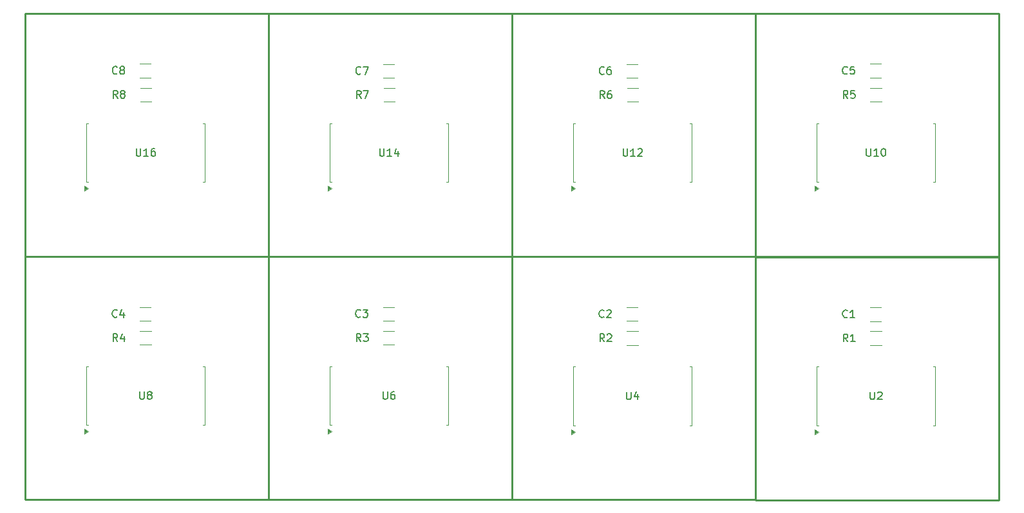
<source format=gbr>
%TF.GenerationSoftware,KiCad,Pcbnew,8.0.6*%
%TF.CreationDate,2024-11-17T13:24:28+02:00*%
%TF.ProjectId,1088as,31303838-6173-42e6-9b69-6361645f7063,rev?*%
%TF.SameCoordinates,PX4b9ebbdPY7add530*%
%TF.FileFunction,Legend,Top*%
%TF.FilePolarity,Positive*%
%FSLAX46Y46*%
G04 Gerber Fmt 4.6, Leading zero omitted, Abs format (unit mm)*
G04 Created by KiCad (PCBNEW 8.0.6) date 2024-11-17 13:24:28*
%MOMM*%
%LPD*%
G01*
G04 APERTURE LIST*
%ADD10C,0.150000*%
%ADD11C,0.120000*%
%ADD12C,0.250000*%
G04 APERTURE END LIST*
D10*
X44226006Y20978864D02*
X43892673Y21455055D01*
X43654578Y20978864D02*
X43654578Y21978864D01*
X43654578Y21978864D02*
X44035530Y21978864D01*
X44035530Y21978864D02*
X44130768Y21931245D01*
X44130768Y21931245D02*
X44178387Y21883626D01*
X44178387Y21883626D02*
X44226006Y21788388D01*
X44226006Y21788388D02*
X44226006Y21645531D01*
X44226006Y21645531D02*
X44178387Y21550293D01*
X44178387Y21550293D02*
X44130768Y21502674D01*
X44130768Y21502674D02*
X44035530Y21455055D01*
X44035530Y21455055D02*
X43654578Y21455055D01*
X44559340Y21978864D02*
X45178387Y21978864D01*
X45178387Y21978864D02*
X44845054Y21597912D01*
X44845054Y21597912D02*
X44987911Y21597912D01*
X44987911Y21597912D02*
X45083149Y21550293D01*
X45083149Y21550293D02*
X45130768Y21502674D01*
X45130768Y21502674D02*
X45178387Y21407436D01*
X45178387Y21407436D02*
X45178387Y21169341D01*
X45178387Y21169341D02*
X45130768Y21074103D01*
X45130768Y21074103D02*
X45083149Y21026483D01*
X45083149Y21026483D02*
X44987911Y20978864D01*
X44987911Y20978864D02*
X44702197Y20978864D01*
X44702197Y20978864D02*
X44606959Y21026483D01*
X44606959Y21026483D02*
X44559340Y21074103D01*
X108239006Y52995064D02*
X107905673Y53471255D01*
X107667578Y52995064D02*
X107667578Y53995064D01*
X107667578Y53995064D02*
X108048530Y53995064D01*
X108048530Y53995064D02*
X108143768Y53947445D01*
X108143768Y53947445D02*
X108191387Y53899826D01*
X108191387Y53899826D02*
X108239006Y53804588D01*
X108239006Y53804588D02*
X108239006Y53661731D01*
X108239006Y53661731D02*
X108191387Y53566493D01*
X108191387Y53566493D02*
X108143768Y53518874D01*
X108143768Y53518874D02*
X108048530Y53471255D01*
X108048530Y53471255D02*
X107667578Y53471255D01*
X109143768Y53995064D02*
X108667578Y53995064D01*
X108667578Y53995064D02*
X108619959Y53518874D01*
X108619959Y53518874D02*
X108667578Y53566493D01*
X108667578Y53566493D02*
X108762816Y53614112D01*
X108762816Y53614112D02*
X109000911Y53614112D01*
X109000911Y53614112D02*
X109096149Y53566493D01*
X109096149Y53566493D02*
X109143768Y53518874D01*
X109143768Y53518874D02*
X109191387Y53423636D01*
X109191387Y53423636D02*
X109191387Y53185541D01*
X109191387Y53185541D02*
X109143768Y53090303D01*
X109143768Y53090303D02*
X109096149Y53042683D01*
X109096149Y53042683D02*
X109000911Y52995064D01*
X109000911Y52995064D02*
X108762816Y52995064D01*
X108762816Y52995064D02*
X108667578Y53042683D01*
X108667578Y53042683D02*
X108619959Y53090303D01*
X44169544Y24233493D02*
X44121925Y24185873D01*
X44121925Y24185873D02*
X43979068Y24138254D01*
X43979068Y24138254D02*
X43883830Y24138254D01*
X43883830Y24138254D02*
X43740973Y24185873D01*
X43740973Y24185873D02*
X43645735Y24281112D01*
X43645735Y24281112D02*
X43598116Y24376350D01*
X43598116Y24376350D02*
X43550497Y24566826D01*
X43550497Y24566826D02*
X43550497Y24709683D01*
X43550497Y24709683D02*
X43598116Y24900159D01*
X43598116Y24900159D02*
X43645735Y24995397D01*
X43645735Y24995397D02*
X43740973Y25090635D01*
X43740973Y25090635D02*
X43883830Y25138254D01*
X43883830Y25138254D02*
X43979068Y25138254D01*
X43979068Y25138254D02*
X44121925Y25090635D01*
X44121925Y25090635D02*
X44169544Y25043016D01*
X44502878Y25138254D02*
X45121925Y25138254D01*
X45121925Y25138254D02*
X44788592Y24757302D01*
X44788592Y24757302D02*
X44931449Y24757302D01*
X44931449Y24757302D02*
X45026687Y24709683D01*
X45026687Y24709683D02*
X45074306Y24662064D01*
X45074306Y24662064D02*
X45121925Y24566826D01*
X45121925Y24566826D02*
X45121925Y24328731D01*
X45121925Y24328731D02*
X45074306Y24233493D01*
X45074306Y24233493D02*
X45026687Y24185873D01*
X45026687Y24185873D02*
X44931449Y24138254D01*
X44931449Y24138254D02*
X44645735Y24138254D01*
X44645735Y24138254D02*
X44550497Y24185873D01*
X44550497Y24185873D02*
X44502878Y24233493D01*
X111171261Y14308500D02*
X111171261Y13498977D01*
X111171261Y13498977D02*
X111218880Y13403739D01*
X111218880Y13403739D02*
X111266499Y13356119D01*
X111266499Y13356119D02*
X111361737Y13308500D01*
X111361737Y13308500D02*
X111552213Y13308500D01*
X111552213Y13308500D02*
X111647451Y13356119D01*
X111647451Y13356119D02*
X111695070Y13403739D01*
X111695070Y13403739D02*
X111742689Y13498977D01*
X111742689Y13498977D02*
X111742689Y14308500D01*
X112171261Y14213262D02*
X112218880Y14260881D01*
X112218880Y14260881D02*
X112314118Y14308500D01*
X112314118Y14308500D02*
X112552213Y14308500D01*
X112552213Y14308500D02*
X112647451Y14260881D01*
X112647451Y14260881D02*
X112695070Y14213262D01*
X112695070Y14213262D02*
X112742689Y14118024D01*
X112742689Y14118024D02*
X112742689Y14022786D01*
X112742689Y14022786D02*
X112695070Y13879929D01*
X112695070Y13879929D02*
X112123642Y13308500D01*
X112123642Y13308500D02*
X112742689Y13308500D01*
X108240533Y20931981D02*
X107907200Y21408172D01*
X107669105Y20931981D02*
X107669105Y21931981D01*
X107669105Y21931981D02*
X108050057Y21931981D01*
X108050057Y21931981D02*
X108145295Y21884362D01*
X108145295Y21884362D02*
X108192914Y21836743D01*
X108192914Y21836743D02*
X108240533Y21741505D01*
X108240533Y21741505D02*
X108240533Y21598648D01*
X108240533Y21598648D02*
X108192914Y21503410D01*
X108192914Y21503410D02*
X108145295Y21455791D01*
X108145295Y21455791D02*
X108050057Y21408172D01*
X108050057Y21408172D02*
X107669105Y21408172D01*
X109192914Y20931981D02*
X108621486Y20931981D01*
X108907200Y20931981D02*
X108907200Y21931981D01*
X108907200Y21931981D02*
X108811962Y21789124D01*
X108811962Y21789124D02*
X108716724Y21693886D01*
X108716724Y21693886D02*
X108621486Y21646267D01*
X46701844Y46361259D02*
X46701844Y45551736D01*
X46701844Y45551736D02*
X46749463Y45456498D01*
X46749463Y45456498D02*
X46797082Y45408878D01*
X46797082Y45408878D02*
X46892320Y45361259D01*
X46892320Y45361259D02*
X47082796Y45361259D01*
X47082796Y45361259D02*
X47178034Y45408878D01*
X47178034Y45408878D02*
X47225653Y45456498D01*
X47225653Y45456498D02*
X47273272Y45551736D01*
X47273272Y45551736D02*
X47273272Y46361259D01*
X48273272Y45361259D02*
X47701844Y45361259D01*
X47987558Y45361259D02*
X47987558Y46361259D01*
X47987558Y46361259D02*
X47892320Y46218402D01*
X47892320Y46218402D02*
X47797082Y46123164D01*
X47797082Y46123164D02*
X47701844Y46075545D01*
X49130415Y46027926D02*
X49130415Y45361259D01*
X48892320Y46408878D02*
X48654225Y45694593D01*
X48654225Y45694593D02*
X49273272Y45694593D01*
X110693544Y46371584D02*
X110693544Y45562061D01*
X110693544Y45562061D02*
X110741163Y45466823D01*
X110741163Y45466823D02*
X110788782Y45419203D01*
X110788782Y45419203D02*
X110884020Y45371584D01*
X110884020Y45371584D02*
X111074496Y45371584D01*
X111074496Y45371584D02*
X111169734Y45419203D01*
X111169734Y45419203D02*
X111217353Y45466823D01*
X111217353Y45466823D02*
X111264972Y45562061D01*
X111264972Y45562061D02*
X111264972Y46371584D01*
X112264972Y45371584D02*
X111693544Y45371584D01*
X111979258Y45371584D02*
X111979258Y46371584D01*
X111979258Y46371584D02*
X111884020Y46228727D01*
X111884020Y46228727D02*
X111788782Y46133489D01*
X111788782Y46133489D02*
X111693544Y46085870D01*
X112884020Y46371584D02*
X112979258Y46371584D01*
X112979258Y46371584D02*
X113074496Y46323965D01*
X113074496Y46323965D02*
X113122115Y46276346D01*
X113122115Y46276346D02*
X113169734Y46181108D01*
X113169734Y46181108D02*
X113217353Y45990632D01*
X113217353Y45990632D02*
X113217353Y45752537D01*
X113217353Y45752537D02*
X113169734Y45562061D01*
X113169734Y45562061D02*
X113122115Y45466823D01*
X113122115Y45466823D02*
X113074496Y45419203D01*
X113074496Y45419203D02*
X112979258Y45371584D01*
X112979258Y45371584D02*
X112884020Y45371584D01*
X112884020Y45371584D02*
X112788782Y45419203D01*
X112788782Y45419203D02*
X112741163Y45466823D01*
X112741163Y45466823D02*
X112693544Y45562061D01*
X112693544Y45562061D02*
X112645925Y45752537D01*
X112645925Y45752537D02*
X112645925Y45990632D01*
X112645925Y45990632D02*
X112693544Y46181108D01*
X112693544Y46181108D02*
X112741163Y46276346D01*
X112741163Y46276346D02*
X112788782Y46323965D01*
X112788782Y46323965D02*
X112884020Y46371584D01*
X78705844Y46351931D02*
X78705844Y45542408D01*
X78705844Y45542408D02*
X78753463Y45447170D01*
X78753463Y45447170D02*
X78801082Y45399550D01*
X78801082Y45399550D02*
X78896320Y45351931D01*
X78896320Y45351931D02*
X79086796Y45351931D01*
X79086796Y45351931D02*
X79182034Y45399550D01*
X79182034Y45399550D02*
X79229653Y45447170D01*
X79229653Y45447170D02*
X79277272Y45542408D01*
X79277272Y45542408D02*
X79277272Y46351931D01*
X80277272Y45351931D02*
X79705844Y45351931D01*
X79991558Y45351931D02*
X79991558Y46351931D01*
X79991558Y46351931D02*
X79896320Y46209074D01*
X79896320Y46209074D02*
X79801082Y46113836D01*
X79801082Y46113836D02*
X79705844Y46066217D01*
X80658225Y46256693D02*
X80705844Y46304312D01*
X80705844Y46304312D02*
X80801082Y46351931D01*
X80801082Y46351931D02*
X81039177Y46351931D01*
X81039177Y46351931D02*
X81134415Y46304312D01*
X81134415Y46304312D02*
X81182034Y46256693D01*
X81182034Y46256693D02*
X81229653Y46161455D01*
X81229653Y46161455D02*
X81229653Y46066217D01*
X81229653Y46066217D02*
X81182034Y45923360D01*
X81182034Y45923360D02*
X80610606Y45351931D01*
X80610606Y45351931D02*
X81229653Y45351931D01*
X76194844Y56230040D02*
X76147225Y56182420D01*
X76147225Y56182420D02*
X76004368Y56134801D01*
X76004368Y56134801D02*
X75909130Y56134801D01*
X75909130Y56134801D02*
X75766273Y56182420D01*
X75766273Y56182420D02*
X75671035Y56277659D01*
X75671035Y56277659D02*
X75623416Y56372897D01*
X75623416Y56372897D02*
X75575797Y56563373D01*
X75575797Y56563373D02*
X75575797Y56706230D01*
X75575797Y56706230D02*
X75623416Y56896706D01*
X75623416Y56896706D02*
X75671035Y56991944D01*
X75671035Y56991944D02*
X75766273Y57087182D01*
X75766273Y57087182D02*
X75909130Y57134801D01*
X75909130Y57134801D02*
X76004368Y57134801D01*
X76004368Y57134801D02*
X76147225Y57087182D01*
X76147225Y57087182D02*
X76194844Y57039563D01*
X77051987Y57134801D02*
X76861511Y57134801D01*
X76861511Y57134801D02*
X76766273Y57087182D01*
X76766273Y57087182D02*
X76718654Y57039563D01*
X76718654Y57039563D02*
X76623416Y56896706D01*
X76623416Y56896706D02*
X76575797Y56706230D01*
X76575797Y56706230D02*
X76575797Y56325278D01*
X76575797Y56325278D02*
X76623416Y56230040D01*
X76623416Y56230040D02*
X76671035Y56182420D01*
X76671035Y56182420D02*
X76766273Y56134801D01*
X76766273Y56134801D02*
X76956749Y56134801D01*
X76956749Y56134801D02*
X77051987Y56182420D01*
X77051987Y56182420D02*
X77099606Y56230040D01*
X77099606Y56230040D02*
X77147225Y56325278D01*
X77147225Y56325278D02*
X77147225Y56563373D01*
X77147225Y56563373D02*
X77099606Y56658611D01*
X77099606Y56658611D02*
X77051987Y56706230D01*
X77051987Y56706230D02*
X76956749Y56753849D01*
X76956749Y56753849D02*
X76766273Y56753849D01*
X76766273Y56753849D02*
X76671035Y56706230D01*
X76671035Y56706230D02*
X76623416Y56658611D01*
X76623416Y56658611D02*
X76575797Y56563373D01*
X108182544Y56249693D02*
X108134925Y56202073D01*
X108134925Y56202073D02*
X107992068Y56154454D01*
X107992068Y56154454D02*
X107896830Y56154454D01*
X107896830Y56154454D02*
X107753973Y56202073D01*
X107753973Y56202073D02*
X107658735Y56297312D01*
X107658735Y56297312D02*
X107611116Y56392550D01*
X107611116Y56392550D02*
X107563497Y56583026D01*
X107563497Y56583026D02*
X107563497Y56725883D01*
X107563497Y56725883D02*
X107611116Y56916359D01*
X107611116Y56916359D02*
X107658735Y57011597D01*
X107658735Y57011597D02*
X107753973Y57106835D01*
X107753973Y57106835D02*
X107896830Y57154454D01*
X107896830Y57154454D02*
X107992068Y57154454D01*
X107992068Y57154454D02*
X108134925Y57106835D01*
X108134925Y57106835D02*
X108182544Y57059216D01*
X109087306Y57154454D02*
X108611116Y57154454D01*
X108611116Y57154454D02*
X108563497Y56678264D01*
X108563497Y56678264D02*
X108611116Y56725883D01*
X108611116Y56725883D02*
X108706354Y56773502D01*
X108706354Y56773502D02*
X108944449Y56773502D01*
X108944449Y56773502D02*
X109039687Y56725883D01*
X109039687Y56725883D02*
X109087306Y56678264D01*
X109087306Y56678264D02*
X109134925Y56583026D01*
X109134925Y56583026D02*
X109134925Y56344931D01*
X109134925Y56344931D02*
X109087306Y56249693D01*
X109087306Y56249693D02*
X109039687Y56202073D01*
X109039687Y56202073D02*
X108944449Y56154454D01*
X108944449Y56154454D02*
X108706354Y56154454D01*
X108706354Y56154454D02*
X108611116Y56202073D01*
X108611116Y56202073D02*
X108563497Y56249693D01*
X14697844Y46380684D02*
X14697844Y45571161D01*
X14697844Y45571161D02*
X14745463Y45475923D01*
X14745463Y45475923D02*
X14793082Y45428303D01*
X14793082Y45428303D02*
X14888320Y45380684D01*
X14888320Y45380684D02*
X15078796Y45380684D01*
X15078796Y45380684D02*
X15174034Y45428303D01*
X15174034Y45428303D02*
X15221653Y45475923D01*
X15221653Y45475923D02*
X15269272Y45571161D01*
X15269272Y45571161D02*
X15269272Y46380684D01*
X16269272Y45380684D02*
X15697844Y45380684D01*
X15983558Y45380684D02*
X15983558Y46380684D01*
X15983558Y46380684D02*
X15888320Y46237827D01*
X15888320Y46237827D02*
X15793082Y46142589D01*
X15793082Y46142589D02*
X15697844Y46094970D01*
X17126415Y46380684D02*
X16935939Y46380684D01*
X16935939Y46380684D02*
X16840701Y46333065D01*
X16840701Y46333065D02*
X16793082Y46285446D01*
X16793082Y46285446D02*
X16697844Y46142589D01*
X16697844Y46142589D02*
X16650225Y45952113D01*
X16650225Y45952113D02*
X16650225Y45571161D01*
X16650225Y45571161D02*
X16697844Y45475923D01*
X16697844Y45475923D02*
X16745463Y45428303D01*
X16745463Y45428303D02*
X16840701Y45380684D01*
X16840701Y45380684D02*
X17031177Y45380684D01*
X17031177Y45380684D02*
X17126415Y45428303D01*
X17126415Y45428303D02*
X17174034Y45475923D01*
X17174034Y45475923D02*
X17221653Y45571161D01*
X17221653Y45571161D02*
X17221653Y45809256D01*
X17221653Y45809256D02*
X17174034Y45904494D01*
X17174034Y45904494D02*
X17126415Y45952113D01*
X17126415Y45952113D02*
X17031177Y45999732D01*
X17031177Y45999732D02*
X16840701Y45999732D01*
X16840701Y45999732D02*
X16745463Y45952113D01*
X16745463Y45952113D02*
X16697844Y45904494D01*
X16697844Y45904494D02*
X16650225Y45809256D01*
X76251306Y52975411D02*
X75917973Y53451602D01*
X75679878Y52975411D02*
X75679878Y53975411D01*
X75679878Y53975411D02*
X76060830Y53975411D01*
X76060830Y53975411D02*
X76156068Y53927792D01*
X76156068Y53927792D02*
X76203687Y53880173D01*
X76203687Y53880173D02*
X76251306Y53784935D01*
X76251306Y53784935D02*
X76251306Y53642078D01*
X76251306Y53642078D02*
X76203687Y53546840D01*
X76203687Y53546840D02*
X76156068Y53499221D01*
X76156068Y53499221D02*
X76060830Y53451602D01*
X76060830Y53451602D02*
X75679878Y53451602D01*
X77108449Y53975411D02*
X76917973Y53975411D01*
X76917973Y53975411D02*
X76822735Y53927792D01*
X76822735Y53927792D02*
X76775116Y53880173D01*
X76775116Y53880173D02*
X76679878Y53737316D01*
X76679878Y53737316D02*
X76632259Y53546840D01*
X76632259Y53546840D02*
X76632259Y53165888D01*
X76632259Y53165888D02*
X76679878Y53070650D01*
X76679878Y53070650D02*
X76727497Y53023030D01*
X76727497Y53023030D02*
X76822735Y52975411D01*
X76822735Y52975411D02*
X77013211Y52975411D01*
X77013211Y52975411D02*
X77108449Y53023030D01*
X77108449Y53023030D02*
X77156068Y53070650D01*
X77156068Y53070650D02*
X77203687Y53165888D01*
X77203687Y53165888D02*
X77203687Y53403983D01*
X77203687Y53403983D02*
X77156068Y53499221D01*
X77156068Y53499221D02*
X77108449Y53546840D01*
X77108449Y53546840D02*
X77013211Y53594459D01*
X77013211Y53594459D02*
X76822735Y53594459D01*
X76822735Y53594459D02*
X76727497Y53546840D01*
X76727497Y53546840D02*
X76679878Y53499221D01*
X76679878Y53499221D02*
X76632259Y53403983D01*
X76232720Y20941801D02*
X75899387Y21417992D01*
X75661292Y20941801D02*
X75661292Y21941801D01*
X75661292Y21941801D02*
X76042244Y21941801D01*
X76042244Y21941801D02*
X76137482Y21894182D01*
X76137482Y21894182D02*
X76185101Y21846563D01*
X76185101Y21846563D02*
X76232720Y21751325D01*
X76232720Y21751325D02*
X76232720Y21608468D01*
X76232720Y21608468D02*
X76185101Y21513230D01*
X76185101Y21513230D02*
X76137482Y21465611D01*
X76137482Y21465611D02*
X76042244Y21417992D01*
X76042244Y21417992D02*
X75661292Y21417992D01*
X76613673Y21846563D02*
X76661292Y21894182D01*
X76661292Y21894182D02*
X76756530Y21941801D01*
X76756530Y21941801D02*
X76994625Y21941801D01*
X76994625Y21941801D02*
X77089863Y21894182D01*
X77089863Y21894182D02*
X77137482Y21846563D01*
X77137482Y21846563D02*
X77185101Y21751325D01*
X77185101Y21751325D02*
X77185101Y21656087D01*
X77185101Y21656087D02*
X77137482Y21513230D01*
X77137482Y21513230D02*
X76566054Y20941801D01*
X76566054Y20941801D02*
X77185101Y20941801D01*
X12243306Y53004164D02*
X11909973Y53480355D01*
X11671878Y53004164D02*
X11671878Y54004164D01*
X11671878Y54004164D02*
X12052830Y54004164D01*
X12052830Y54004164D02*
X12148068Y53956545D01*
X12148068Y53956545D02*
X12195687Y53908926D01*
X12195687Y53908926D02*
X12243306Y53813688D01*
X12243306Y53813688D02*
X12243306Y53670831D01*
X12243306Y53670831D02*
X12195687Y53575593D01*
X12195687Y53575593D02*
X12148068Y53527974D01*
X12148068Y53527974D02*
X12052830Y53480355D01*
X12052830Y53480355D02*
X11671878Y53480355D01*
X12814735Y53575593D02*
X12719497Y53623212D01*
X12719497Y53623212D02*
X12671878Y53670831D01*
X12671878Y53670831D02*
X12624259Y53766069D01*
X12624259Y53766069D02*
X12624259Y53813688D01*
X12624259Y53813688D02*
X12671878Y53908926D01*
X12671878Y53908926D02*
X12719497Y53956545D01*
X12719497Y53956545D02*
X12814735Y54004164D01*
X12814735Y54004164D02*
X13005211Y54004164D01*
X13005211Y54004164D02*
X13100449Y53956545D01*
X13100449Y53956545D02*
X13148068Y53908926D01*
X13148068Y53908926D02*
X13195687Y53813688D01*
X13195687Y53813688D02*
X13195687Y53766069D01*
X13195687Y53766069D02*
X13148068Y53670831D01*
X13148068Y53670831D02*
X13100449Y53623212D01*
X13100449Y53623212D02*
X13005211Y53575593D01*
X13005211Y53575593D02*
X12814735Y53575593D01*
X12814735Y53575593D02*
X12719497Y53527974D01*
X12719497Y53527974D02*
X12671878Y53480355D01*
X12671878Y53480355D02*
X12624259Y53385117D01*
X12624259Y53385117D02*
X12624259Y53194641D01*
X12624259Y53194641D02*
X12671878Y53099403D01*
X12671878Y53099403D02*
X12719497Y53051783D01*
X12719497Y53051783D02*
X12814735Y53004164D01*
X12814735Y53004164D02*
X13005211Y53004164D01*
X13005211Y53004164D02*
X13100449Y53051783D01*
X13100449Y53051783D02*
X13148068Y53099403D01*
X13148068Y53099403D02*
X13195687Y53194641D01*
X13195687Y53194641D02*
X13195687Y53385117D01*
X13195687Y53385117D02*
X13148068Y53480355D01*
X13148068Y53480355D02*
X13100449Y53527974D01*
X13100449Y53527974D02*
X13005211Y53575593D01*
X12186844Y56258793D02*
X12139225Y56211173D01*
X12139225Y56211173D02*
X11996368Y56163554D01*
X11996368Y56163554D02*
X11901130Y56163554D01*
X11901130Y56163554D02*
X11758273Y56211173D01*
X11758273Y56211173D02*
X11663035Y56306412D01*
X11663035Y56306412D02*
X11615416Y56401650D01*
X11615416Y56401650D02*
X11567797Y56592126D01*
X11567797Y56592126D02*
X11567797Y56734983D01*
X11567797Y56734983D02*
X11615416Y56925459D01*
X11615416Y56925459D02*
X11663035Y57020697D01*
X11663035Y57020697D02*
X11758273Y57115935D01*
X11758273Y57115935D02*
X11901130Y57163554D01*
X11901130Y57163554D02*
X11996368Y57163554D01*
X11996368Y57163554D02*
X12139225Y57115935D01*
X12139225Y57115935D02*
X12186844Y57068316D01*
X12758273Y56734983D02*
X12663035Y56782602D01*
X12663035Y56782602D02*
X12615416Y56830221D01*
X12615416Y56830221D02*
X12567797Y56925459D01*
X12567797Y56925459D02*
X12567797Y56973078D01*
X12567797Y56973078D02*
X12615416Y57068316D01*
X12615416Y57068316D02*
X12663035Y57115935D01*
X12663035Y57115935D02*
X12758273Y57163554D01*
X12758273Y57163554D02*
X12948749Y57163554D01*
X12948749Y57163554D02*
X13043987Y57115935D01*
X13043987Y57115935D02*
X13091606Y57068316D01*
X13091606Y57068316D02*
X13139225Y56973078D01*
X13139225Y56973078D02*
X13139225Y56925459D01*
X13139225Y56925459D02*
X13091606Y56830221D01*
X13091606Y56830221D02*
X13043987Y56782602D01*
X13043987Y56782602D02*
X12948749Y56734983D01*
X12948749Y56734983D02*
X12758273Y56734983D01*
X12758273Y56734983D02*
X12663035Y56687364D01*
X12663035Y56687364D02*
X12615416Y56639745D01*
X12615416Y56639745D02*
X12567797Y56544507D01*
X12567797Y56544507D02*
X12567797Y56354031D01*
X12567797Y56354031D02*
X12615416Y56258793D01*
X12615416Y56258793D02*
X12663035Y56211173D01*
X12663035Y56211173D02*
X12758273Y56163554D01*
X12758273Y56163554D02*
X12948749Y56163554D01*
X12948749Y56163554D02*
X13043987Y56211173D01*
X13043987Y56211173D02*
X13091606Y56258793D01*
X13091606Y56258793D02*
X13139225Y56354031D01*
X13139225Y56354031D02*
X13139225Y56544507D01*
X13139225Y56544507D02*
X13091606Y56639745D01*
X13091606Y56639745D02*
X13043987Y56687364D01*
X13043987Y56687364D02*
X12948749Y56734983D01*
X44247306Y52984739D02*
X43913973Y53460930D01*
X43675878Y52984739D02*
X43675878Y53984739D01*
X43675878Y53984739D02*
X44056830Y53984739D01*
X44056830Y53984739D02*
X44152068Y53937120D01*
X44152068Y53937120D02*
X44199687Y53889501D01*
X44199687Y53889501D02*
X44247306Y53794263D01*
X44247306Y53794263D02*
X44247306Y53651406D01*
X44247306Y53651406D02*
X44199687Y53556168D01*
X44199687Y53556168D02*
X44152068Y53508549D01*
X44152068Y53508549D02*
X44056830Y53460930D01*
X44056830Y53460930D02*
X43675878Y53460930D01*
X44580640Y53984739D02*
X45247306Y53984739D01*
X45247306Y53984739D02*
X44818735Y52984739D01*
X47156734Y14355384D02*
X47156734Y13545861D01*
X47156734Y13545861D02*
X47204353Y13450623D01*
X47204353Y13450623D02*
X47251972Y13403003D01*
X47251972Y13403003D02*
X47347210Y13355384D01*
X47347210Y13355384D02*
X47537686Y13355384D01*
X47537686Y13355384D02*
X47632924Y13403003D01*
X47632924Y13403003D02*
X47680543Y13450623D01*
X47680543Y13450623D02*
X47728162Y13545861D01*
X47728162Y13545861D02*
X47728162Y14355384D01*
X48632924Y14355384D02*
X48442448Y14355384D01*
X48442448Y14355384D02*
X48347210Y14307765D01*
X48347210Y14307765D02*
X48299591Y14260146D01*
X48299591Y14260146D02*
X48204353Y14117289D01*
X48204353Y14117289D02*
X48156734Y13926813D01*
X48156734Y13926813D02*
X48156734Y13545861D01*
X48156734Y13545861D02*
X48204353Y13450623D01*
X48204353Y13450623D02*
X48251972Y13403003D01*
X48251972Y13403003D02*
X48347210Y13355384D01*
X48347210Y13355384D02*
X48537686Y13355384D01*
X48537686Y13355384D02*
X48632924Y13403003D01*
X48632924Y13403003D02*
X48680543Y13450623D01*
X48680543Y13450623D02*
X48728162Y13545861D01*
X48728162Y13545861D02*
X48728162Y13783956D01*
X48728162Y13783956D02*
X48680543Y13879194D01*
X48680543Y13879194D02*
X48632924Y13926813D01*
X48632924Y13926813D02*
X48537686Y13974432D01*
X48537686Y13974432D02*
X48347210Y13974432D01*
X48347210Y13974432D02*
X48251972Y13926813D01*
X48251972Y13926813D02*
X48204353Y13879194D01*
X48204353Y13879194D02*
X48156734Y13783956D01*
X108184071Y24186610D02*
X108136452Y24138990D01*
X108136452Y24138990D02*
X107993595Y24091371D01*
X107993595Y24091371D02*
X107898357Y24091371D01*
X107898357Y24091371D02*
X107755500Y24138990D01*
X107755500Y24138990D02*
X107660262Y24234229D01*
X107660262Y24234229D02*
X107612643Y24329467D01*
X107612643Y24329467D02*
X107565024Y24519943D01*
X107565024Y24519943D02*
X107565024Y24662800D01*
X107565024Y24662800D02*
X107612643Y24853276D01*
X107612643Y24853276D02*
X107660262Y24948514D01*
X107660262Y24948514D02*
X107755500Y25043752D01*
X107755500Y25043752D02*
X107898357Y25091371D01*
X107898357Y25091371D02*
X107993595Y25091371D01*
X107993595Y25091371D02*
X108136452Y25043752D01*
X108136452Y25043752D02*
X108184071Y24996133D01*
X109136452Y24091371D02*
X108565024Y24091371D01*
X108850738Y24091371D02*
X108850738Y25091371D01*
X108850738Y25091371D02*
X108755500Y24948514D01*
X108755500Y24948514D02*
X108660262Y24853276D01*
X108660262Y24853276D02*
X108565024Y24805657D01*
X79163448Y14318321D02*
X79163448Y13508798D01*
X79163448Y13508798D02*
X79211067Y13413560D01*
X79211067Y13413560D02*
X79258686Y13365940D01*
X79258686Y13365940D02*
X79353924Y13318321D01*
X79353924Y13318321D02*
X79544400Y13318321D01*
X79544400Y13318321D02*
X79639638Y13365940D01*
X79639638Y13365940D02*
X79687257Y13413560D01*
X79687257Y13413560D02*
X79734876Y13508798D01*
X79734876Y13508798D02*
X79734876Y14318321D01*
X80639638Y13984988D02*
X80639638Y13318321D01*
X80401543Y14365940D02*
X80163448Y13651655D01*
X80163448Y13651655D02*
X80782495Y13651655D01*
X44190844Y56239368D02*
X44143225Y56191748D01*
X44143225Y56191748D02*
X44000368Y56144129D01*
X44000368Y56144129D02*
X43905130Y56144129D01*
X43905130Y56144129D02*
X43762273Y56191748D01*
X43762273Y56191748D02*
X43667035Y56286987D01*
X43667035Y56286987D02*
X43619416Y56382225D01*
X43619416Y56382225D02*
X43571797Y56572701D01*
X43571797Y56572701D02*
X43571797Y56715558D01*
X43571797Y56715558D02*
X43619416Y56906034D01*
X43619416Y56906034D02*
X43667035Y57001272D01*
X43667035Y57001272D02*
X43762273Y57096510D01*
X43762273Y57096510D02*
X43905130Y57144129D01*
X43905130Y57144129D02*
X44000368Y57144129D01*
X44000368Y57144129D02*
X44143225Y57096510D01*
X44143225Y57096510D02*
X44190844Y57048891D01*
X44524178Y57144129D02*
X45190844Y57144129D01*
X45190844Y57144129D02*
X44762273Y56144129D01*
X15167084Y14351284D02*
X15167084Y13541761D01*
X15167084Y13541761D02*
X15214703Y13446523D01*
X15214703Y13446523D02*
X15262322Y13398903D01*
X15262322Y13398903D02*
X15357560Y13351284D01*
X15357560Y13351284D02*
X15548036Y13351284D01*
X15548036Y13351284D02*
X15643274Y13398903D01*
X15643274Y13398903D02*
X15690893Y13446523D01*
X15690893Y13446523D02*
X15738512Y13541761D01*
X15738512Y13541761D02*
X15738512Y14351284D01*
X16357560Y13922713D02*
X16262322Y13970332D01*
X16262322Y13970332D02*
X16214703Y14017951D01*
X16214703Y14017951D02*
X16167084Y14113189D01*
X16167084Y14113189D02*
X16167084Y14160808D01*
X16167084Y14160808D02*
X16214703Y14256046D01*
X16214703Y14256046D02*
X16262322Y14303665D01*
X16262322Y14303665D02*
X16357560Y14351284D01*
X16357560Y14351284D02*
X16548036Y14351284D01*
X16548036Y14351284D02*
X16643274Y14303665D01*
X16643274Y14303665D02*
X16690893Y14256046D01*
X16690893Y14256046D02*
X16738512Y14160808D01*
X16738512Y14160808D02*
X16738512Y14113189D01*
X16738512Y14113189D02*
X16690893Y14017951D01*
X16690893Y14017951D02*
X16643274Y13970332D01*
X16643274Y13970332D02*
X16548036Y13922713D01*
X16548036Y13922713D02*
X16357560Y13922713D01*
X16357560Y13922713D02*
X16262322Y13875094D01*
X16262322Y13875094D02*
X16214703Y13827475D01*
X16214703Y13827475D02*
X16167084Y13732237D01*
X16167084Y13732237D02*
X16167084Y13541761D01*
X16167084Y13541761D02*
X16214703Y13446523D01*
X16214703Y13446523D02*
X16262322Y13398903D01*
X16262322Y13398903D02*
X16357560Y13351284D01*
X16357560Y13351284D02*
X16548036Y13351284D01*
X16548036Y13351284D02*
X16643274Y13398903D01*
X16643274Y13398903D02*
X16690893Y13446523D01*
X16690893Y13446523D02*
X16738512Y13541761D01*
X16738512Y13541761D02*
X16738512Y13732237D01*
X16738512Y13732237D02*
X16690893Y13827475D01*
X16690893Y13827475D02*
X16643274Y13875094D01*
X16643274Y13875094D02*
X16548036Y13922713D01*
X76176258Y24196430D02*
X76128639Y24148810D01*
X76128639Y24148810D02*
X75985782Y24101191D01*
X75985782Y24101191D02*
X75890544Y24101191D01*
X75890544Y24101191D02*
X75747687Y24148810D01*
X75747687Y24148810D02*
X75652449Y24244049D01*
X75652449Y24244049D02*
X75604830Y24339287D01*
X75604830Y24339287D02*
X75557211Y24529763D01*
X75557211Y24529763D02*
X75557211Y24672620D01*
X75557211Y24672620D02*
X75604830Y24863096D01*
X75604830Y24863096D02*
X75652449Y24958334D01*
X75652449Y24958334D02*
X75747687Y25053572D01*
X75747687Y25053572D02*
X75890544Y25101191D01*
X75890544Y25101191D02*
X75985782Y25101191D01*
X75985782Y25101191D02*
X76128639Y25053572D01*
X76128639Y25053572D02*
X76176258Y25005953D01*
X76557211Y25005953D02*
X76604830Y25053572D01*
X76604830Y25053572D02*
X76700068Y25101191D01*
X76700068Y25101191D02*
X76938163Y25101191D01*
X76938163Y25101191D02*
X77033401Y25053572D01*
X77033401Y25053572D02*
X77081020Y25005953D01*
X77081020Y25005953D02*
X77128639Y24910715D01*
X77128639Y24910715D02*
X77128639Y24815477D01*
X77128639Y24815477D02*
X77081020Y24672620D01*
X77081020Y24672620D02*
X76509592Y24101191D01*
X76509592Y24101191D02*
X77128639Y24101191D01*
X12179894Y24229393D02*
X12132275Y24181773D01*
X12132275Y24181773D02*
X11989418Y24134154D01*
X11989418Y24134154D02*
X11894180Y24134154D01*
X11894180Y24134154D02*
X11751323Y24181773D01*
X11751323Y24181773D02*
X11656085Y24277012D01*
X11656085Y24277012D02*
X11608466Y24372250D01*
X11608466Y24372250D02*
X11560847Y24562726D01*
X11560847Y24562726D02*
X11560847Y24705583D01*
X11560847Y24705583D02*
X11608466Y24896059D01*
X11608466Y24896059D02*
X11656085Y24991297D01*
X11656085Y24991297D02*
X11751323Y25086535D01*
X11751323Y25086535D02*
X11894180Y25134154D01*
X11894180Y25134154D02*
X11989418Y25134154D01*
X11989418Y25134154D02*
X12132275Y25086535D01*
X12132275Y25086535D02*
X12179894Y25038916D01*
X13037037Y24800821D02*
X13037037Y24134154D01*
X12798942Y25181773D02*
X12560847Y24467488D01*
X12560847Y24467488D02*
X13179894Y24467488D01*
X12236356Y20974764D02*
X11903023Y21450955D01*
X11664928Y20974764D02*
X11664928Y21974764D01*
X11664928Y21974764D02*
X12045880Y21974764D01*
X12045880Y21974764D02*
X12141118Y21927145D01*
X12141118Y21927145D02*
X12188737Y21879526D01*
X12188737Y21879526D02*
X12236356Y21784288D01*
X12236356Y21784288D02*
X12236356Y21641431D01*
X12236356Y21641431D02*
X12188737Y21546193D01*
X12188737Y21546193D02*
X12141118Y21498574D01*
X12141118Y21498574D02*
X12045880Y21450955D01*
X12045880Y21450955D02*
X11664928Y21450955D01*
X13093499Y21641431D02*
X13093499Y20974764D01*
X12855404Y22022383D02*
X12617309Y21308098D01*
X12617309Y21308098D02*
X13236356Y21308098D01*
D11*
%TO.C,R3*%
X47191575Y22333894D02*
X48645703Y22333894D01*
X47191575Y20513894D02*
X48645703Y20513894D01*
%TO.C,U9*%
D12*
X96123639Y64157403D02*
X128123639Y64157403D01*
X128123639Y32157403D01*
X96123639Y32157403D01*
X96123639Y64157403D01*
D11*
%TO.C,R5*%
X111204575Y54350094D02*
X112658703Y54350094D01*
X111204575Y52530094D02*
X112658703Y52530094D01*
%TO.C,C3*%
X47186621Y25493284D02*
X48609125Y25493284D01*
X47186621Y23673284D02*
X48609125Y23673284D01*
%TO.C,U2*%
X104123166Y17623319D02*
X104388166Y17623319D01*
X104123166Y13763319D02*
X104123166Y17623319D01*
X104123166Y13763319D02*
X104123166Y9903319D01*
X104123166Y9903319D02*
X104388166Y9903319D01*
X119743166Y17623319D02*
X119478166Y17623319D01*
X119743166Y13763319D02*
X119743166Y17623319D01*
X119743166Y13763319D02*
X119743166Y9903319D01*
X119743166Y9903319D02*
X119478166Y9903319D01*
X104388166Y9050819D02*
X103918166Y8710819D01*
X103918166Y9390819D01*
X104388166Y9050819D01*
G36*
X104388166Y9050819D02*
G01*
X103918166Y8710819D01*
X103918166Y9390819D01*
X104388166Y9050819D01*
G37*
%TO.C,U5*%
D12*
X32110639Y32141203D02*
X64110639Y32141203D01*
X64110639Y141203D01*
X32110639Y141203D01*
X32110639Y32141203D01*
D11*
%TO.C,R1*%
X111206102Y22287010D02*
X112660230Y22287010D01*
X111206102Y20467010D02*
X112660230Y20467010D01*
%TO.C,U14*%
X40129939Y49676078D02*
X40394939Y49676078D01*
X40129939Y45816078D02*
X40129939Y49676078D01*
X40129939Y45816078D02*
X40129939Y41956078D01*
X40129939Y41956078D02*
X40394939Y41956078D01*
X55749939Y49676078D02*
X55484939Y49676078D01*
X55749939Y45816078D02*
X55749939Y49676078D01*
X55749939Y45816078D02*
X55749939Y41956078D01*
X55749939Y41956078D02*
X55484939Y41956078D01*
X40394939Y41103578D02*
X39924939Y40763578D01*
X39924939Y41443578D01*
X40394939Y41103578D01*
G36*
X40394939Y41103578D02*
G01*
X39924939Y40763578D01*
X39924939Y41443578D01*
X40394939Y41103578D01*
G37*
%TO.C,U10*%
X104121639Y49686403D02*
X104386639Y49686403D01*
X104121639Y45826403D02*
X104121639Y49686403D01*
X104121639Y45826403D02*
X104121639Y41966403D01*
X104121639Y41966403D02*
X104386639Y41966403D01*
X119741639Y49686403D02*
X119476639Y49686403D01*
X119741639Y45826403D02*
X119741639Y49686403D01*
X119741639Y45826403D02*
X119741639Y41966403D01*
X119741639Y41966403D02*
X119476639Y41966403D01*
X104386639Y41113903D02*
X103916639Y40773903D01*
X103916639Y41453903D01*
X104386639Y41113903D01*
G36*
X104386639Y41113903D02*
G01*
X103916639Y40773903D01*
X103916639Y41453903D01*
X104386639Y41113903D01*
G37*
%TO.C,U12*%
X72133939Y49666750D02*
X72398939Y49666750D01*
X72133939Y45806750D02*
X72133939Y49666750D01*
X72133939Y45806750D02*
X72133939Y41946750D01*
X72133939Y41946750D02*
X72398939Y41946750D01*
X87753939Y49666750D02*
X87488939Y49666750D01*
X87753939Y45806750D02*
X87753939Y49666750D01*
X87753939Y45806750D02*
X87753939Y41946750D01*
X87753939Y41946750D02*
X87488939Y41946750D01*
X72398939Y41094250D02*
X71928939Y40754250D01*
X71928939Y41434250D01*
X72398939Y41094250D01*
G36*
X72398939Y41094250D02*
G01*
X71928939Y40754250D01*
X71928939Y41434250D01*
X72398939Y41094250D01*
G37*
%TO.C,C6*%
X79211921Y57489831D02*
X80634425Y57489831D01*
X79211921Y55669831D02*
X80634425Y55669831D01*
%TO.C,C5*%
X111199621Y57509484D02*
X112622125Y57509484D01*
X111199621Y55689484D02*
X112622125Y55689484D01*
%TO.C,U16*%
X8125939Y49695503D02*
X8390939Y49695503D01*
X8125939Y45835503D02*
X8125939Y49695503D01*
X8125939Y45835503D02*
X8125939Y41975503D01*
X8125939Y41975503D02*
X8390939Y41975503D01*
X23745939Y49695503D02*
X23480939Y49695503D01*
X23745939Y45835503D02*
X23745939Y49695503D01*
X23745939Y45835503D02*
X23745939Y41975503D01*
X23745939Y41975503D02*
X23480939Y41975503D01*
X8390939Y41123003D02*
X7920939Y40783003D01*
X7920939Y41463003D01*
X8390939Y41123003D01*
G36*
X8390939Y41123003D02*
G01*
X7920939Y40783003D01*
X7920939Y41463003D01*
X8390939Y41123003D01*
G37*
%TO.C,R6*%
X79216875Y54330441D02*
X80671003Y54330441D01*
X79216875Y52510441D02*
X80671003Y52510441D01*
%TO.C,R2*%
X79198289Y22296831D02*
X80652417Y22296831D01*
X79198289Y20476831D02*
X80652417Y20476831D01*
%TO.C,R8*%
X15208875Y54359194D02*
X16663003Y54359194D01*
X15208875Y52539194D02*
X16663003Y52539194D01*
%TO.C,U7*%
D12*
X120989Y32137103D02*
X32120989Y32137103D01*
X32120989Y137103D01*
X120989Y137103D01*
X120989Y32137103D01*
D11*
%TO.C,C8*%
X15203921Y57518584D02*
X16626425Y57518584D01*
X15203921Y55698584D02*
X16626425Y55698584D01*
%TO.C,R7*%
X47212875Y54339769D02*
X48667003Y54339769D01*
X47212875Y52519769D02*
X48667003Y52519769D01*
%TO.C,U15*%
D12*
X127939Y64166503D02*
X32127939Y64166503D01*
X32127939Y32166503D01*
X127939Y32166503D01*
X127939Y64166503D01*
%TO.C,U3*%
X64117353Y32104140D02*
X96117353Y32104140D01*
X96117353Y104140D01*
X64117353Y104140D01*
X64117353Y32104140D01*
D11*
%TO.C,U6*%
X40108639Y17670203D02*
X40373639Y17670203D01*
X40108639Y13810203D02*
X40108639Y17670203D01*
X40108639Y13810203D02*
X40108639Y9950203D01*
X40108639Y9950203D02*
X40373639Y9950203D01*
X55728639Y17670203D02*
X55463639Y17670203D01*
X55728639Y13810203D02*
X55728639Y17670203D01*
X55728639Y13810203D02*
X55728639Y9950203D01*
X55728639Y9950203D02*
X55463639Y9950203D01*
X40373639Y9097703D02*
X39903639Y8757703D01*
X39903639Y9437703D01*
X40373639Y9097703D01*
G36*
X40373639Y9097703D02*
G01*
X39903639Y8757703D01*
X39903639Y9437703D01*
X40373639Y9097703D01*
G37*
%TO.C,C1*%
X111201148Y25446400D02*
X112623652Y25446400D01*
X111201148Y23626400D02*
X112623652Y23626400D01*
%TO.C,U4*%
X72115353Y17633140D02*
X72380353Y17633140D01*
X72115353Y13773140D02*
X72115353Y17633140D01*
X72115353Y13773140D02*
X72115353Y9913140D01*
X72115353Y9913140D02*
X72380353Y9913140D01*
X87735353Y17633140D02*
X87470353Y17633140D01*
X87735353Y13773140D02*
X87735353Y17633140D01*
X87735353Y13773140D02*
X87735353Y9913140D01*
X87735353Y9913140D02*
X87470353Y9913140D01*
X72380353Y9060640D02*
X71910353Y8720640D01*
X71910353Y9400640D01*
X72380353Y9060640D01*
G36*
X72380353Y9060640D02*
G01*
X71910353Y8720640D01*
X71910353Y9400640D01*
X72380353Y9060640D01*
G37*
%TO.C,C7*%
X47207921Y57499159D02*
X48630425Y57499159D01*
X47207921Y55679159D02*
X48630425Y55679159D01*
%TO.C,U1*%
D12*
X96125166Y32094319D02*
X128125166Y32094319D01*
X128125166Y94319D01*
X96125166Y94319D01*
X96125166Y32094319D01*
D11*
%TO.C,U8*%
X8118989Y17666103D02*
X8383989Y17666103D01*
X8118989Y13806103D02*
X8118989Y17666103D01*
X8118989Y13806103D02*
X8118989Y9946103D01*
X8118989Y9946103D02*
X8383989Y9946103D01*
X23738989Y17666103D02*
X23473989Y17666103D01*
X23738989Y13806103D02*
X23738989Y17666103D01*
X23738989Y13806103D02*
X23738989Y9946103D01*
X23738989Y9946103D02*
X23473989Y9946103D01*
X8383989Y9093603D02*
X7913989Y8753603D01*
X7913989Y9433603D01*
X8383989Y9093603D01*
G36*
X8383989Y9093603D02*
G01*
X7913989Y8753603D01*
X7913989Y9433603D01*
X8383989Y9093603D01*
G37*
%TO.C,U11*%
D12*
X64135939Y64137750D02*
X96135939Y64137750D01*
X96135939Y32137750D01*
X64135939Y32137750D01*
X64135939Y64137750D01*
D11*
%TO.C,C2*%
X79193335Y25456221D02*
X80615839Y25456221D01*
X79193335Y23636221D02*
X80615839Y23636221D01*
%TO.C,C4*%
X15196971Y25489184D02*
X16619475Y25489184D01*
X15196971Y23669184D02*
X16619475Y23669184D01*
%TO.C,U13*%
D12*
X32131939Y64147078D02*
X64131939Y64147078D01*
X64131939Y32147078D01*
X32131939Y32147078D01*
X32131939Y64147078D01*
D11*
%TO.C,R4*%
X15201925Y22329794D02*
X16656053Y22329794D01*
X15201925Y20509794D02*
X16656053Y20509794D01*
%TD*%
M02*

</source>
